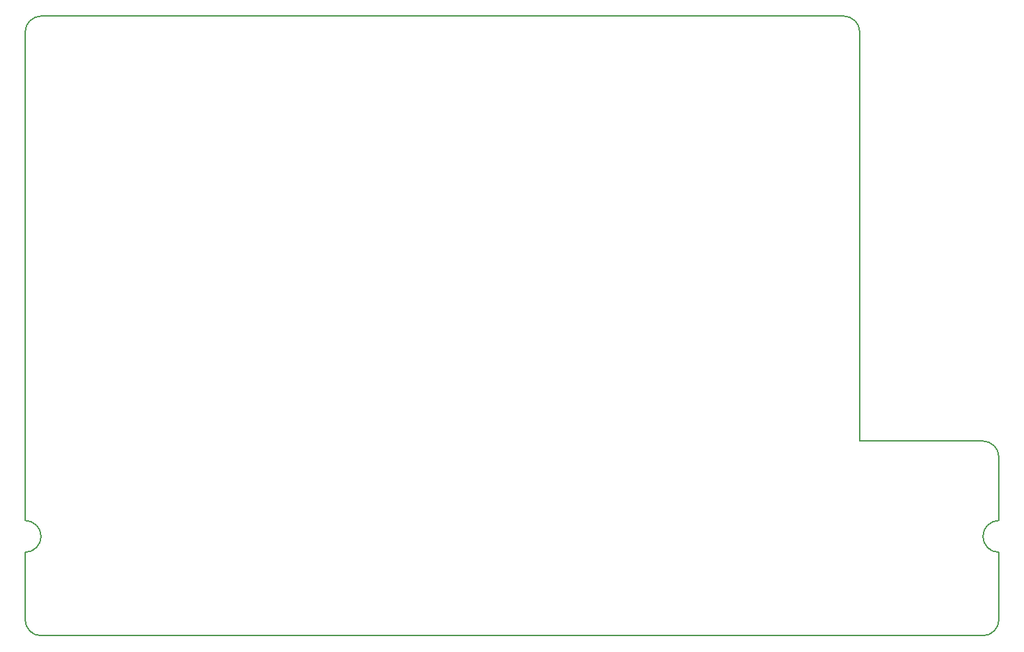
<source format=gbr>
G04 #@! TF.GenerationSoftware,KiCad,Pcbnew,(5.1.5)-3*
G04 #@! TF.CreationDate,2019-12-14T16:38:42-06:00*
G04 #@! TF.ProjectId,RaspberryPiBreakout_Hardware,52617370-6265-4727-9279-506942726561,rev?*
G04 #@! TF.SameCoordinates,Original*
G04 #@! TF.FileFunction,Profile,NP*
%FSLAX46Y46*%
G04 Gerber Fmt 4.6, Leading zero omitted, Abs format (unit mm)*
G04 Created by KiCad (PCBNEW (5.1.5)-3) date 2019-12-14 16:38:42*
%MOMM*%
%LPD*%
G04 APERTURE LIST*
%ADD10C,0.200000*%
G04 APERTURE END LIST*
D10*
X194818000Y-128778000D02*
G75*
G02X196850000Y-130810000I0J-2032000D01*
G01*
X196850000Y-151638000D02*
G75*
G02X194818000Y-153670000I-2032000J0D01*
G01*
X74422000Y-153670000D02*
G75*
G02X72390000Y-151638000I0J2032000D01*
G01*
X72390000Y-138938000D02*
G75*
G02X74422000Y-140970000I0J-2032000D01*
G01*
X74422000Y-140970000D02*
G75*
G02X72390000Y-143002000I-2032000J0D01*
G01*
X72390000Y-76454000D02*
G75*
G02X74422000Y-74422000I2032000J0D01*
G01*
X177038000Y-74422000D02*
G75*
G02X179070000Y-76454000I0J-2032000D01*
G01*
X194818000Y-140970000D02*
G75*
G02X196850000Y-138938000I2032000J0D01*
G01*
X196850000Y-143002000D02*
G75*
G02X194818000Y-140970000I0J2032000D01*
G01*
X196850000Y-130810000D02*
X196850000Y-138938000D01*
X179070000Y-128778000D02*
X194818000Y-128778000D01*
X179070000Y-76454000D02*
X179070000Y-128778000D01*
X74422000Y-74422000D02*
X177038000Y-74422000D01*
X72390000Y-138938000D02*
X72390000Y-76454000D01*
X72390000Y-151638000D02*
X72390000Y-143002000D01*
X194818000Y-153670000D02*
X74422000Y-153670000D01*
X196850000Y-143002000D02*
X196850000Y-151638000D01*
M02*

</source>
